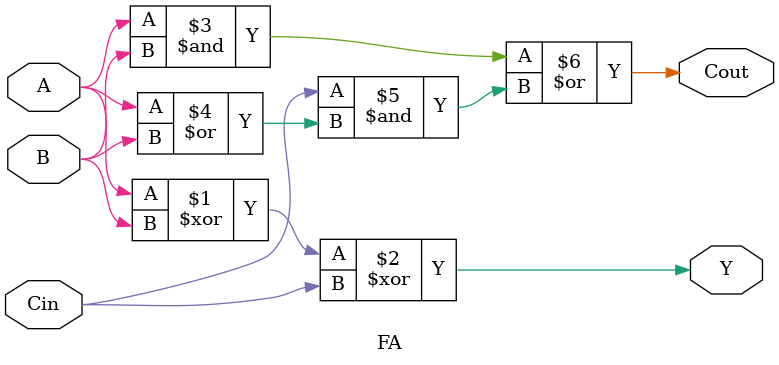
<source format=v>
module FA (A, B, Cin, Y, Cout);

input A,B,Cin;

output Y, Cout;

assign Y = A^B^Cin;
assign Cout = (A&B) | (Cin & (A|B));

endmodule   
</source>
